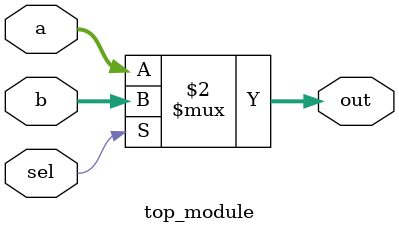
<source format=v>
module top_module( 
    input [99:0] a, b,
    input sel,
    output [99:0] out );
    assign out = (sel == 0) ? a : b;
endmodule
</source>
